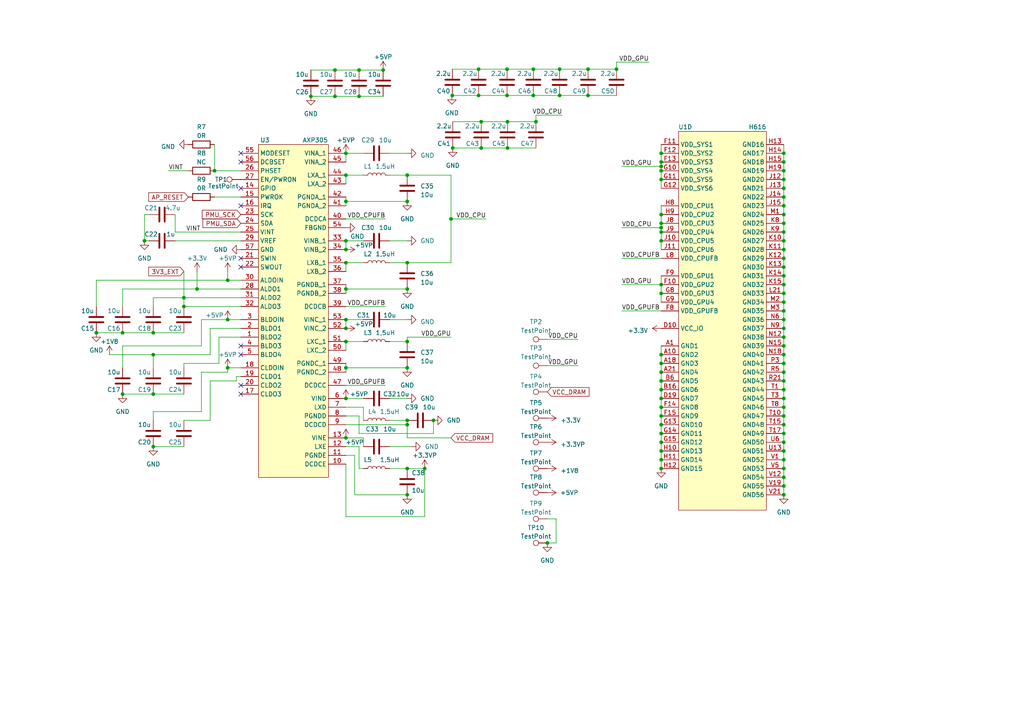
<source format=kicad_sch>
(kicad_sch (version 20230121) (generator eeschema)
  (paper "A4")
  (junction (at 53.34 88.9))
  (junction (at 191.77 82.55))
  (junction (at 191.77 123.19))
  (junction (at 123.19 135.89))
  (junction (at 227.33 69.85))
  (junction (at 62.23 49.53))
  (junction (at 191.77 120.65))
  (junction (at 227.33 85.09))
  (junction (at 227.33 115.57))
  (junction (at 227.33 57.15))
  (junction (at 41.91 69.85))
  (junction (at 191.77 49.53))
  (junction (at 35.56 114.3))
  (junction (at 118.11 123.19))
  (junction (at 139.573 42.926))
  (junction (at 227.33 92.71))
  (junction (at 191.77 125.73))
  (junction (at 191.77 102.87))
  (junction (at 191.77 107.95))
  (junction (at 147.066 20.066))
  (junction (at 100.33 76.2))
  (junction (at 227.33 62.23))
  (junction (at 191.77 67.31))
  (junction (at 227.33 97.79))
  (junction (at 104.14 27.94))
  (junction (at 100.33 127))
  (junction (at 227.33 82.55))
  (junction (at 118.11 143.51))
  (junction (at 100.33 72.39))
  (junction (at 170.561 20.066))
  (junction (at 53.34 86.36))
  (junction (at 191.77 69.85))
  (junction (at 100.33 99.06))
  (junction (at 111.125 20.32))
  (junction (at 118.11 135.89))
  (junction (at 227.33 52.07))
  (junction (at 191.77 46.99))
  (junction (at 118.11 83.82))
  (junction (at 191.77 48.26))
  (junction (at 131.191 27.686))
  (junction (at 104.14 20.32))
  (junction (at 44.45 114.3))
  (junction (at 118.11 50.8))
  (junction (at 100.33 95.25))
  (junction (at 100.33 50.8))
  (junction (at 227.33 77.47))
  (junction (at 227.33 90.17))
  (junction (at 57.15 83.82))
  (junction (at 27.94 96.52))
  (junction (at 100.33 92.71))
  (junction (at 227.33 143.51))
  (junction (at 118.11 121.92))
  (junction (at 227.33 80.01))
  (junction (at 147.193 35.306))
  (junction (at 227.33 120.65))
  (junction (at 227.33 54.61))
  (junction (at 66.04 106.68))
  (junction (at 227.33 74.93))
  (junction (at 90.17 27.94))
  (junction (at 125.73 121.92))
  (junction (at 227.33 100.33))
  (junction (at 191.77 110.49))
  (junction (at 66.04 81.28))
  (junction (at 227.33 72.39))
  (junction (at 191.77 130.81))
  (junction (at 178.816 20.066))
  (junction (at 191.77 64.77))
  (junction (at 227.33 113.03))
  (junction (at 35.56 96.52))
  (junction (at 100.33 106.68))
  (junction (at 191.77 44.45))
  (junction (at 227.33 135.89))
  (junction (at 139.573 35.306))
  (junction (at 227.33 49.53))
  (junction (at 162.306 20.066))
  (junction (at 100.33 69.85))
  (junction (at 227.33 64.77))
  (junction (at 227.33 87.63))
  (junction (at 227.33 125.73))
  (junction (at 100.33 115.57))
  (junction (at 191.77 105.41))
  (junction (at 100.33 83.82))
  (junction (at 44.45 96.52))
  (junction (at 191.77 85.09))
  (junction (at 44.45 102.87))
  (junction (at 154.686 20.066))
  (junction (at 227.33 110.49))
  (junction (at 118.11 58.42))
  (junction (at 44.45 129.54))
  (junction (at 158.75 157.48))
  (junction (at 118.11 76.2))
  (junction (at 227.33 107.95))
  (junction (at 191.77 113.03))
  (junction (at 227.33 102.87))
  (junction (at 147.066 27.686))
  (junction (at 227.33 105.41))
  (junction (at 227.33 133.35))
  (junction (at 131.318 42.926))
  (junction (at 227.33 123.19))
  (junction (at 97.155 27.94))
  (junction (at 118.11 106.68))
  (junction (at 147.193 42.926))
  (junction (at 191.77 135.89))
  (junction (at 227.33 138.43))
  (junction (at 138.811 27.686))
  (junction (at 66.04 92.71))
  (junction (at 227.33 67.31))
  (junction (at 191.77 115.57))
  (junction (at 191.77 62.23))
  (junction (at 100.33 58.42))
  (junction (at 154.686 27.686))
  (junction (at 162.306 27.686))
  (junction (at 227.33 46.99))
  (junction (at 191.77 118.11))
  (junction (at 227.33 128.27))
  (junction (at 227.33 140.97))
  (junction (at 191.77 133.35))
  (junction (at 227.33 118.11))
  (junction (at 191.77 66.04))
  (junction (at 191.77 52.07))
  (junction (at 227.33 44.45))
  (junction (at 138.811 20.066))
  (junction (at 227.33 95.25))
  (junction (at 191.77 128.27))
  (junction (at 118.11 99.06))
  (junction (at 227.33 130.81))
  (junction (at 130.81 63.5))
  (junction (at 227.33 59.69))
  (junction (at 155.448 35.306))
  (junction (at 170.561 27.686))
  (junction (at 100.33 44.45))
  (junction (at 97.155 20.32))
  (no_connect (at 69.85 111.76))
  (no_connect (at 69.85 74.93))
  (no_connect (at 69.85 100.33))
  (no_connect (at 69.85 114.3))
  (no_connect (at 69.85 102.87))
  (no_connect (at 69.85 59.69))
  (no_connect (at 69.85 46.99))
  (no_connect (at 69.85 44.45))
  (no_connect (at 69.85 54.61))
  (no_connect (at 69.85 77.47))
  (wire (pts (xy 191.77 110.49) (xy 191.77 113.03)))
  (wire (pts (xy 191.77 133.35) (xy 191.77 135.89)))
  (wire (pts (xy 130.81 76.2) (xy 118.11 76.2)))
  (wire (pts (xy 41.91 62.23) (xy 43.18 62.23)))
  (wire (pts (xy 139.573 42.926) (xy 147.193 42.926)))
  (wire (pts (xy 69.85 83.82) (xy 57.15 83.82)))
  (wire (pts (xy 191.77 80.01) (xy 191.77 82.55)))
  (wire (pts (xy 97.155 27.94) (xy 104.14 27.94)))
  (wire (pts (xy 100.33 115.57) (xy 105.41 115.57)))
  (wire (pts (xy 100.33 106.68) (xy 100.33 107.95)))
  (wire (pts (xy 100.33 123.19) (xy 118.11 123.19)))
  (wire (pts (xy 227.33 115.57) (xy 227.33 118.11)))
  (wire (pts (xy 227.33 105.41) (xy 227.33 107.95)))
  (wire (pts (xy 227.33 87.63) (xy 227.33 90.17)))
  (wire (pts (xy 191.77 59.69) (xy 191.77 62.23)))
  (wire (pts (xy 100.33 106.68) (xy 118.11 106.68)))
  (wire (pts (xy 63.5 105.41) (xy 53.34 105.41)))
  (wire (pts (xy 102.87 143.51) (xy 102.87 132.08)))
  (wire (pts (xy 102.87 132.08) (xy 100.33 132.08)))
  (wire (pts (xy 41.91 62.23) (xy 41.91 69.85)))
  (wire (pts (xy 104.14 129.54) (xy 104.14 135.89)))
  (wire (pts (xy 100.33 53.34) (xy 100.33 50.8)))
  (wire (pts (xy 50.8 67.31) (xy 69.85 67.31)))
  (wire (pts (xy 227.33 41.91) (xy 227.33 44.45)))
  (wire (pts (xy 227.33 77.47) (xy 227.33 80.01)))
  (wire (pts (xy 130.81 127) (xy 118.11 127)))
  (wire (pts (xy 66.04 78.74) (xy 66.04 81.28)))
  (wire (pts (xy 118.11 50.8) (xy 130.81 50.8)))
  (wire (pts (xy 62.23 57.15) (xy 69.85 57.15)))
  (wire (pts (xy 227.33 54.61) (xy 227.33 57.15)))
  (wire (pts (xy 191.77 130.81) (xy 191.77 133.35)))
  (wire (pts (xy 66.04 92.71) (xy 58.42 92.71)))
  (wire (pts (xy 191.77 105.41) (xy 191.77 107.95)))
  (wire (pts (xy 227.33 80.01) (xy 227.33 82.55)))
  (wire (pts (xy 57.15 83.82) (xy 35.56 83.82)))
  (wire (pts (xy 155.448 33.401) (xy 155.448 35.306)))
  (wire (pts (xy 191.77 120.65) (xy 191.77 123.19)))
  (wire (pts (xy 100.33 58.42) (xy 118.11 58.42)))
  (wire (pts (xy 147.066 27.686) (xy 154.686 27.686)))
  (wire (pts (xy 69.85 92.71) (xy 66.04 92.71)))
  (wire (pts (xy 90.17 27.94) (xy 97.155 27.94)))
  (wire (pts (xy 227.33 123.19) (xy 227.33 125.73)))
  (wire (pts (xy 105.41 69.85) (xy 100.33 69.85)))
  (wire (pts (xy 227.33 97.79) (xy 227.33 100.33)))
  (wire (pts (xy 125.73 125.73) (xy 104.14 125.73)))
  (wire (pts (xy 161.29 150.495) (xy 158.75 150.495)))
  (wire (pts (xy 35.56 114.3) (xy 44.45 114.3)))
  (wire (pts (xy 100.33 105.41) (xy 100.33 106.68)))
  (wire (pts (xy 227.33 133.35) (xy 227.33 135.89)))
  (wire (pts (xy 100.33 58.42) (xy 100.33 59.69)))
  (wire (pts (xy 227.33 90.17) (xy 227.33 92.71)))
  (wire (pts (xy 53.34 86.36) (xy 44.45 86.36)))
  (wire (pts (xy 138.811 20.066) (xy 147.066 20.066)))
  (wire (pts (xy 69.85 49.53) (xy 62.23 49.53)))
  (wire (pts (xy 154.686 27.686) (xy 162.306 27.686)))
  (wire (pts (xy 125.73 121.92) (xy 125.73 125.73)))
  (wire (pts (xy 100.33 44.45) (xy 100.33 46.99)))
  (wire (pts (xy 44.45 96.52) (xy 53.34 96.52)))
  (wire (pts (xy 100.33 69.85) (xy 100.33 72.39)))
  (wire (pts (xy 62.23 49.53) (xy 62.23 41.91)))
  (wire (pts (xy 105.41 118.11) (xy 105.41 121.92)))
  (wire (pts (xy 123.19 149.86) (xy 123.19 135.89)))
  (wire (pts (xy 191.77 46.99) (xy 191.77 48.26)))
  (wire (pts (xy 60.96 102.87) (xy 60.96 95.25)))
  (wire (pts (xy 53.34 78.74) (xy 53.34 86.36)))
  (wire (pts (xy 100.33 82.55) (xy 100.33 83.82)))
  (wire (pts (xy 227.33 82.55) (xy 227.33 85.09)))
  (wire (pts (xy 60.96 121.92) (xy 60.96 110.49)))
  (wire (pts (xy 100.33 99.06) (xy 100.33 101.6)))
  (wire (pts (xy 191.77 52.07) (xy 191.77 54.61)))
  (wire (pts (xy 227.33 102.87) (xy 227.33 105.41)))
  (wire (pts (xy 118.11 127) (xy 118.11 123.19)))
  (wire (pts (xy 158.75 98.425) (xy 167.64 98.425)))
  (wire (pts (xy 100.33 57.15) (xy 100.33 58.42)))
  (wire (pts (xy 60.96 110.49) (xy 68.58 110.49)))
  (wire (pts (xy 147.193 42.926) (xy 155.448 42.926)))
  (wire (pts (xy 227.33 113.03) (xy 227.33 115.57)))
  (wire (pts (xy 68.58 109.22) (xy 69.85 109.22)))
  (wire (pts (xy 31.75 102.87) (xy 44.45 102.87)))
  (wire (pts (xy 191.77 44.45) (xy 191.77 46.99)))
  (wire (pts (xy 130.81 97.79) (xy 118.11 97.79)))
  (wire (pts (xy 104.14 135.89) (xy 105.41 135.89)))
  (wire (pts (xy 69.85 86.36) (xy 53.34 86.36)))
  (wire (pts (xy 191.77 123.19) (xy 191.77 125.73)))
  (wire (pts (xy 191.77 41.91) (xy 191.77 44.45)))
  (wire (pts (xy 48.895 49.53) (xy 54.61 49.53)))
  (wire (pts (xy 180.34 74.93) (xy 191.77 74.93)))
  (wire (pts (xy 44.45 102.87) (xy 60.96 102.87)))
  (wire (pts (xy 104.14 120.65) (xy 100.33 120.65)))
  (wire (pts (xy 180.34 66.04) (xy 191.77 66.04)))
  (wire (pts (xy 27.94 81.28) (xy 27.94 88.9)))
  (wire (pts (xy 180.34 48.26) (xy 191.77 48.26)))
  (wire (pts (xy 44.45 129.54) (xy 53.34 129.54)))
  (wire (pts (xy 35.56 83.82) (xy 35.56 88.9)))
  (wire (pts (xy 227.33 49.53) (xy 227.33 52.07)))
  (wire (pts (xy 113.03 135.89) (xy 118.11 135.89)))
  (wire (pts (xy 227.33 64.77) (xy 227.33 67.31)))
  (wire (pts (xy 105.41 99.06) (xy 100.33 99.06)))
  (wire (pts (xy 191.77 125.73) (xy 191.77 128.27)))
  (wire (pts (xy 60.96 95.25) (xy 69.85 95.25)))
  (wire (pts (xy 58.42 119.38) (xy 44.45 119.38)))
  (wire (pts (xy 63.5 97.79) (xy 63.5 105.41)))
  (wire (pts (xy 58.42 100.33) (xy 35.56 100.33)))
  (wire (pts (xy 162.306 27.686) (xy 170.561 27.686)))
  (wire (pts (xy 97.155 20.32) (xy 104.14 20.32)))
  (wire (pts (xy 53.34 121.92) (xy 60.96 121.92)))
  (wire (pts (xy 104.14 27.94) (xy 111.125 27.94)))
  (wire (pts (xy 227.33 92.71) (xy 227.33 95.25)))
  (wire (pts (xy 178.816 18.034) (xy 188.214 18.034)))
  (wire (pts (xy 227.33 107.95) (xy 227.33 110.49)))
  (wire (pts (xy 113.03 115.57) (xy 118.11 115.57)))
  (wire (pts (xy 131.191 27.686) (xy 138.811 27.686)))
  (wire (pts (xy 138.811 27.686) (xy 147.066 27.686)))
  (wire (pts (xy 227.33 118.11) (xy 227.33 120.65)))
  (wire (pts (xy 170.561 20.066) (xy 178.816 20.066)))
  (wire (pts (xy 227.33 72.39) (xy 227.33 74.93)))
  (wire (pts (xy 69.85 97.79) (xy 63.5 97.79)))
  (wire (pts (xy 191.77 107.95) (xy 191.77 110.49)))
  (wire (pts (xy 227.33 100.33) (xy 227.33 102.87)))
  (wire (pts (xy 130.81 63.5) (xy 130.81 76.2)))
  (wire (pts (xy 113.03 69.85) (xy 118.11 69.85)))
  (wire (pts (xy 227.33 57.15) (xy 227.33 59.69)))
  (wire (pts (xy 41.91 69.85) (xy 43.18 69.85)))
  (wire (pts (xy 105.41 76.2) (xy 100.33 76.2)))
  (wire (pts (xy 104.14 20.32) (xy 111.125 20.32)))
  (wire (pts (xy 113.03 44.45) (xy 118.11 44.45)))
  (wire (pts (xy 162.306 20.066) (xy 170.561 20.066)))
  (wire (pts (xy 69.85 81.28) (xy 66.04 81.28)))
  (wire (pts (xy 118.11 97.79) (xy 118.11 99.06)))
  (wire (pts (xy 118.11 143.51) (xy 102.87 143.51)))
  (wire (pts (xy 191.77 66.04) (xy 191.77 67.31)))
  (wire (pts (xy 227.33 46.99) (xy 227.33 49.53)))
  (wire (pts (xy 66.04 107.95) (xy 58.42 107.95)))
  (wire (pts (xy 191.77 118.11) (xy 191.77 120.65)))
  (wire (pts (xy 131.191 20.066) (xy 138.811 20.066)))
  (wire (pts (xy 131.064 27.686) (xy 131.191 27.686)))
  (wire (pts (xy 227.33 135.89) (xy 227.33 138.43)))
  (wire (pts (xy 100.33 118.11) (xy 105.41 118.11)))
  (wire (pts (xy 100.33 149.86) (xy 123.19 149.86)))
  (wire (pts (xy 35.56 96.52) (xy 44.45 96.52)))
  (wire (pts (xy 227.33 138.43) (xy 227.33 140.97)))
  (wire (pts (xy 227.33 128.27) (xy 227.33 130.81)))
  (wire (pts (xy 227.33 74.93) (xy 227.33 77.47)))
  (wire (pts (xy 100.33 127) (xy 105.41 127)))
  (wire (pts (xy 58.42 92.71) (xy 58.42 100.33)))
  (wire (pts (xy 180.34 90.17) (xy 191.77 90.17)))
  (wire (pts (xy 227.33 95.25) (xy 227.33 97.79)))
  (wire (pts (xy 130.81 50.8) (xy 130.81 63.5)))
  (wire (pts (xy 130.81 63.5) (xy 140.97 63.5)))
  (wire (pts (xy 100.33 50.8) (xy 105.41 50.8)))
  (wire (pts (xy 100.33 88.9) (xy 111.76 88.9)))
  (wire (pts (xy 227.33 52.07) (xy 227.33 54.61)))
  (wire (pts (xy 53.34 105.41) (xy 53.34 106.68)))
  (wire (pts (xy 191.77 115.57) (xy 191.77 118.11)))
  (wire (pts (xy 100.33 111.76) (xy 111.76 111.76)))
  (wire (pts (xy 191.77 49.53) (xy 191.77 52.07)))
  (wire (pts (xy 66.04 81.28) (xy 27.94 81.28)))
  (wire (pts (xy 53.34 88.9) (xy 69.85 88.9)))
  (wire (pts (xy 147.066 20.066) (xy 154.686 20.066)))
  (wire (pts (xy 105.41 92.71) (xy 100.33 92.71)))
  (wire (pts (xy 158.75 106.045) (xy 167.64 106.045)))
  (wire (pts (xy 27.94 96.52) (xy 35.56 96.52)))
  (wire (pts (xy 227.33 44.45) (xy 227.33 46.99)))
  (wire (pts (xy 100.33 92.71) (xy 100.33 95.25)))
  (wire (pts (xy 113.03 92.71) (xy 118.11 92.71)))
  (wire (pts (xy 191.77 62.23) (xy 191.77 64.77)))
  (wire (pts (xy 227.33 62.23) (xy 227.33 64.77)))
  (wire (pts (xy 50.8 69.85) (xy 69.85 69.85)))
  (wire (pts (xy 161.29 157.48) (xy 158.75 157.48)))
  (wire (pts (xy 191.77 67.31) (xy 191.77 69.85)))
  (wire (pts (xy 58.42 107.95) (xy 58.42 119.38)))
  (wire (pts (xy 57.15 78.74) (xy 57.15 83.82)))
  (wire (pts (xy 100.33 44.45) (xy 105.41 44.45)))
  (wire (pts (xy 227.33 125.73) (xy 227.33 128.27)))
  (wire (pts (xy 131.318 42.926) (xy 139.573 42.926)))
  (wire (pts (xy 227.33 130.81) (xy 227.33 133.35)))
  (wire (pts (xy 139.573 35.306) (xy 147.193 35.306)))
  (wire (pts (xy 44.45 86.36) (xy 44.45 88.9)))
  (wire (pts (xy 227.33 69.85) (xy 227.33 72.39)))
  (wire (pts (xy 113.03 129.54) (xy 119.38 129.54)))
  (wire (pts (xy 227.33 120.65) (xy 227.33 123.19)))
  (wire (pts (xy 35.56 100.33) (xy 35.56 106.68)))
  (wire (pts (xy 113.03 76.2) (xy 118.11 76.2)))
  (wire (pts (xy 66.04 106.68) (xy 66.04 107.95)))
  (wire (pts (xy 191.77 69.85) (xy 191.77 72.39)))
  (wire (pts (xy 227.33 67.31) (xy 227.33 69.85)))
  (wire (pts (xy 100.33 129.54) (xy 104.14 129.54)))
  (wire (pts (xy 100.33 83.82) (xy 100.33 85.09)))
  (wire (pts (xy 104.14 125.73) (xy 104.14 120.65)))
  (wire (pts (xy 44.45 106.68) (xy 44.45 102.87)))
  (wire (pts (xy 68.58 110.49) (xy 68.58 109.22)))
  (wire (pts (xy 227.33 140.97) (xy 227.33 143.51)))
  (wire (pts (xy 191.77 102.87) (xy 191.77 105.41)))
  (wire (pts (xy 113.03 121.92) (xy 118.11 121.92)))
  (wire (pts (xy 100.33 83.82) (xy 118.11 83.82)))
  (wire (pts (xy 191.77 128.27) (xy 191.77 130.81)))
  (wire (pts (xy 170.561 27.686) (xy 178.816 27.686)))
  (wire (pts (xy 163.068 33.401) (xy 155.448 33.401)))
  (wire (pts (xy 123.19 135.89) (xy 118.11 135.89)))
  (wire (pts (xy 191.77 82.55) (xy 191.77 85.09)))
  (wire (pts (xy 90.17 20.32) (xy 97.155 20.32)))
  (wire (pts (xy 178.816 20.066) (xy 178.816 18.034)))
  (wire (pts (xy 100.33 76.2) (xy 100.33 78.74)))
  (wire (pts (xy 69.85 106.68) (xy 66.04 106.68)))
  (wire (pts (xy 113.03 99.06) (xy 118.11 99.06)))
  (wire (pts (xy 191.77 113.03) (xy 191.77 115.57)))
  (wire (pts (xy 131.318 35.306) (xy 139.573 35.306)))
  (wire (pts (xy 50.8 67.31) (xy 50.8 62.23)))
  (wire (pts (xy 118.11 123.19) (xy 118.11 121.92)))
  (wire (pts (xy 191.77 85.09) (xy 191.77 87.63)))
  (wire (pts (xy 161.29 150.495) (xy 161.29 157.48)))
  (wire (pts (xy 191.77 100.33) (xy 191.77 102.87)))
  (wire (pts (xy 105.41 127) (xy 105.41 129.54)))
  (wire (pts (xy 113.03 50.8) (xy 118.11 50.8)))
  (wire (pts (xy 227.33 110.49) (xy 227.33 113.03)))
  (wire (pts (xy 227.33 85.09) (xy 227.33 87.63)))
  (wire (pts (xy 44.45 114.3) (xy 53.34 114.3)))
  (wire (pts (xy 53.34 86.36) (xy 53.34 88.9)))
  (wire (pts (xy 154.686 20.066) (xy 162.306 20.066)))
  (wire (pts (xy 100.33 134.62) (xy 100.33 149.86)))
  (wire (pts (xy 227.33 59.69) (xy 227.33 62.23)))
  (wire (pts (xy 191.77 48.26) (xy 191.77 49.53)))
  (wire (pts (xy 147.193 35.306) (xy 155.448 35.306)))
  (wire (pts (xy 191.77 64.77) (xy 191.77 66.04)))
  (wire (pts (xy 100.33 63.5) (xy 111.76 63.5)))
  (wire (pts (xy 180.34 82.55) (xy 191.77 82.55)))
  (wire (pts (xy 44.45 119.38) (xy 44.45 121.92)))
  (label "VDD_CPU" (at 163.068 33.401 180))
  (label "VDD_GPU" (at 167.64 106.045 180))
  (label "VDD_GPUFB" (at 180.34 90.17 0))
  (label "VINT" (at 53.975 67.31 0))
  (label "VDD_CPUFB" (at 111.76 63.5 180))
  (label "VDD_GPU" (at 130.81 97.79 180))
  (label "VDD_GPU" (at 180.34 48.26 0))
  (label "VDD_CPU" (at 167.64 98.425 180))
  (label "VDD_CPU" (at 140.97 63.5 180))
  (label "VDD_GPUFB" (at 111.76 111.76 180))
  (label "VDD_CPU" (at 180.34 66.04 0))
  (label "VDD_CPUFB" (at 111.76 88.9 180))
  (label "VDD_CPUFB" (at 180.34 74.93 0))
  (label "VINT" (at 48.895 49.53 0))
  (label "VDD_GPU" (at 188.214 18.034 180))
  (label "VDD_GPU" (at 180.34 82.55 0))
  (global_label "VCC_DRAM" (shape input) (at 130.81 127 0) (property "Intersheetrefs" "${INTERSHEET_REFS}" (effects hide)))
  (global_label "3V3_EXT" (shape input) (at 53.34 78.74 180) (property "Intersheetrefs" "${INTERSHEET_REFS}" (effects hide)))
  (global_label "PMU_SCK" (shape input) (at 69.85 62.23 180) (property "Intersheetrefs" "${INTERSHEET_REFS}" (effects hide)))
  (global_label "AP_RESET" (shape input) (at 54.61 57.15 180) (property "Intersheetrefs" "${INTERSHEET_REFS}" (effects hide)))
  (global_label "VCC_DRAM" (shape input) (at 158.75 113.665 0) (property "Intersheetrefs" "${INTERSHEET_REFS}" (effects hide)))
  (global_label "PMU_SDA" (shape input) (at 69.85 64.77 180) (property "Intersheetrefs" "${INTERSHEET_REFS}" (effects hide)))
  (symbol (lib_id "power:GND") (at 118.11 92.71 90) (unit 1)
    (property "Reference" "#PWR033" (effects hide))
    (property "Value" "GND" (at 121.92 93.345 90) (effects (justify right)))
  )
  (symbol (lib_id "Connector:TestPoint") (at 158.75 98.425 90) (unit 1)
    (property "Reference" "TP2" (at 155.448 93.345 90))
    (property "Value" "TestPoint" (at 155.448 95.885 90))
    (property "Footprint" "TestPoint:TestPoint_THTPad_D1.0mm_Drill0.5mm" (effects hide))
  )
  (symbol (lib_id "Device:C") (at 109.22 44.45 90) (unit 1)
    (property "Reference" "C29" (at 106.68 40.64 90))
    (property "Value" "10u" (at 111.76 40.64 90))
    (property "Footprint" "Capacitor_SMD:C_0402_1005Metric_Pad0.74x0.62mm_HandSolder" (effects hide))
  )
  (symbol (lib_id "power:+5VP") (at 100.33 115.57 0) (unit 1)
    (property "Reference" "#PWR026" (effects hide))
    (property "Value" "+5VP" (at 104.14 114.3 0))
  )
  (symbol (lib_id "Device:C") (at 53.34 92.71 180) (unit 1)
    (property "Reference" "C23" (at 50.8 95.25 0))
    (property "Value" "10u" (at 50.8 90.17 0))
    (property "Footprint" "Capacitor_SMD:C_0402_1005Metric_Pad0.74x0.62mm_HandSolder" (effects hide))
  )
  (symbol (lib_id "Connector:TestPoint") (at 158.75 106.045 90) (unit 1)
    (property "Reference" "TP3" (at 155.448 100.965 90))
    (property "Value" "TestPoint" (at 155.448 103.505 90))
    (property "Footprint" "TestPoint:TestPoint_THTPad_D1.0mm_Drill0.5mm" (effects hide))
  )
  (symbol (lib_id "Device:C") (at 97.155 24.13 180) (unit 1)
    (property "Reference" "C27" (at 94.615 26.67 0))
    (property "Value" "10u" (at 94.615 21.59 0))
    (property "Footprint" "Capacitor_SMD:C_0402_1005Metric_Pad0.74x0.62mm_HandSolder" (effects hide))
  )
  (symbol (lib_id "Device:C") (at 109.22 115.57 90) (unit 1)
    (property "Reference" "C32" (at 113.03 114.3 90))
    (property "Value" "10u" (at 116.84 114.3 90))
    (property "Footprint" "Capacitor_SMD:C_0402_1005Metric_Pad0.74x0.62mm_HandSolder" (effects hide))
  )
  (symbol (lib_id "H616_lib:H616") (at 203.2 35.56 0) (unit 4)
    (property "Reference" "U1" (at 198.755 36.83 0))
    (property "Value" "H616" (at 219.71 36.83 0))
    (property "Footprint" "projectlib:H616_TFBGA284" (effects hide))
  )
  (symbol (lib_id "power:GND") (at 44.45 129.54 0) (unit 1)
    (property "Reference" "#PWR014" (effects hide))
    (property "Value" "GND" (at 44.45 134.62 0))
  )
  (symbol (lib_id "Device:C") (at 139.573 39.116 180) (unit 1)
    (property "Reference" "C43" (at 137.033 41.656 0))
    (property "Value" "2.2u" (at 137.033 36.576 0))
    (property "Footprint" "Capacitor_SMD:C_0402_1005Metric_Pad0.74x0.62mm_HandSolder" (effects hide))
  )
  (symbol (lib_id "power:+5VP") (at 100.33 72.39 270) (unit 1)
    (property "Reference" "#PWR024" (effects hide))
    (property "Value" "+5VP" (at 102.87 71.12 90) (effects (justify left)))
  )
  (symbol (lib_id "Device:C") (at 138.811 23.876 180) (unit 1)
    (property "Reference" "C42" (at 136.271 26.416 0))
    (property "Value" "2.2u" (at 136.271 21.336 0))
    (property "Footprint" "Capacitor_SMD:C_0402_1005Metric_Pad0.74x0.62mm_HandSolder" (effects hide))
  )
  (symbol (lib_id "power:+5VP") (at 158.75 142.875 270) (unit 1)
    (property "Reference" "#PWR045" (effects hide))
    (property "Value" "+5VP" (at 165.1 142.875 90))
  )
  (symbol (lib_id "power:GND") (at 158.75 157.48 0) (unit 1)
    (property "Reference" "#PWR046" (effects hide))
    (property "Value" "GND" (at 158.75 162.56 0))
  )
  (symbol (lib_id "Connector:TestPoint") (at 158.75 157.48 90) (unit 1)
    (property "Reference" "TP10" (at 155.448 153.035 90))
    (property "Value" "TestPoint" (at 155.448 155.575 90))
    (property "Footprint" "TestPoint:TestPoint_THTPad_D1.0mm_Drill0.5mm" (effects hide))
  )
  (symbol (lib_id "Device:R") (at 58.42 57.15 90) (unit 1)
    (property "Reference" "R9" (at 58.42 52.07 90))
    (property "Value" "0R" (at 58.42 54.61 90))
    (property "Footprint" "Resistor_SMD:R_0402_1005Metric_Pad0.72x0.64mm_HandSolder" (effects hide))
  )
  (symbol (lib_id "power:GND") (at 118.11 115.57 90) (unit 1)
    (property "Reference" "#PWR035" (effects hide))
    (property "Value" "GND" (at 121.92 115.57 90) (effects (justify right)))
  )
  (symbol (lib_id "Device:C") (at 118.11 139.7 180) (unit 1)
    (property "Reference" "C38" (at 119.38 137.16 0) (effects (justify right)))
    (property "Value" "10u" (at 119.38 142.24 0) (effects (justify right)))
    (property "Footprint" "Capacitor_SMD:C_0402_1005Metric_Pad0.74x0.62mm_HandSolder" (effects hide))
  )
  (symbol (lib_id "power:GND") (at 90.17 27.94 0) (unit 1)
    (property "Reference" "#PWR021" (effects hide))
    (property "Value" "GND" (at 90.17 33.02 0))
  )
  (symbol (lib_id "Device:C") (at 170.561 23.876 180) (unit 1)
    (property "Reference" "C49" (at 168.021 26.416 0))
    (property "Value" "2.2u" (at 168.021 21.336 0))
    (property "Footprint" "Capacitor_SMD:C_0402_1005Metric_Pad0.74x0.62mm_HandSolder" (effects hide))
  )
  (symbol (lib_id "power:GND") (at 41.91 69.85 0) (unit 1)
    (property "Reference" "#PWR013" (effects hide))
    (property "Value" "GND" (at 41.91 74.93 0))
  )
  (symbol (lib_id "Device:C") (at 155.448 39.116 180) (unit 1)
    (property "Reference" "C47" (at 152.908 41.656 0))
    (property "Value" "2.2u" (at 152.908 36.576 0))
    (property "Footprint" "Capacitor_SMD:C_0402_1005Metric_Pad0.74x0.62mm_HandSolder" (effects hide))
  )
  (symbol (lib_id "Device:C") (at 121.92 121.92 90) (unit 1)
    (property "Reference" "C39" (at 119.38 118.11 90))
    (property "Value" "10u" (at 124.46 118.11 90))
    (property "Footprint" "Capacitor_SMD:C_0402_1005Metric_Pad0.74x0.62mm_HandSolder" (effects hide))
  )
  (symbol (lib_id "Device:C") (at 46.99 62.23 90) (unit 1)
    (property "Reference" "C21" (at 43.815 60.325 90))
    (property "Value" "4.7u" (at 50.165 60.325 90))
    (property "Footprint" "Capacitor_SMD:C_0402_1005Metric_Pad0.74x0.62mm_HandSolder" (effects hide))
  )
  (symbol (lib_id "Device:C") (at 109.22 129.54 90) (unit 1)
    (property "Reference" "C33" (at 107.95 124.46 90))
    (property "Value" "10u" (at 113.03 124.46 90))
    (property "Footprint" "Capacitor_SMD:C_0402_1005Metric_Pad0.74x0.62mm_HandSolder" (effects hide))
  )
  (symbol (lib_id "Device:C") (at 44.45 110.49 180) (unit 1)
    (property "Reference" "C19" (at 41.91 113.03 0))
    (property "Value" "10u" (at 41.91 107.95 0))
    (property "Footprint" "Capacitor_SMD:C_0402_1005Metric_Pad0.74x0.62mm_HandSolder" (effects hide))
  )
  (symbol (lib_id "Device:L") (at 109.22 76.2 90) (unit 1)
    (property "Reference" "L2" (at 106.68 73.66 90))
    (property "Value" "1,5uH" (at 111.76 73.66 90))
    (property "Footprint" "Inductor_SMD:L_Changjiang_FNR252010S" (effects hide))
  )
  (symbol (lib_id "power:GND") (at 118.11 69.85 90) (unit 1)
    (property "Reference" "#PWR031" (effects hide))
    (property "Value" "GND" (at 121.92 69.85 90) (effects (justify right)))
  )
  (symbol (lib_id "power:GND") (at 118.11 58.42 0) (unit 1)
    (property "Reference" "#PWR030" (effects hide))
    (property "Value" "GND" (at 118.11 63.5 0))
  )
  (symbol (lib_id "Device:C") (at 162.306 23.876 180) (unit 1)
    (property "Reference" "C48" (at 159.766 26.416 0))
    (property "Value" "2.2u" (at 159.766 21.336 0))
    (property "Footprint" "Capacitor_SMD:C_0402_1005Metric_Pad0.74x0.62mm_HandSolder" (effects hide))
  )
  (symbol (lib_id "power:GND") (at 118.11 143.51 0) (unit 1)
    (property "Reference" "#PWR036" (effects hide))
    (property "Value" "GND" (at 118.11 148.59 0))
  )
  (symbol (lib_id "Device:C") (at 53.34 110.49 180) (unit 1)
    (property "Reference" "C24" (at 50.8 113.03 0))
    (property "Value" "10u" (at 50.8 107.95 0))
    (property "Footprint" "Capacitor_SMD:C_0402_1005Metric_Pad0.74x0.62mm_HandSolder" (effects hide))
  )
  (symbol (lib_id "Device:L") (at 109.22 99.06 90) (unit 1)
    (property "Reference" "L3" (at 106.68 96.52 90))
    (property "Value" "1,5uH" (at 111.76 96.52 90))
    (property "Footprint" "Inductor_SMD:L_Changjiang_FNR252010S" (effects hide))
  )
  (symbol (lib_id "Device:C") (at 109.22 92.71 90) (unit 1)
    (property "Reference" "C31" (at 105.41 91.44 90))
    (property "Value" "10u" (at 113.03 91.44 90))
    (property "Footprint" "Capacitor_SMD:C_0402_1005Metric_Pad0.74x0.62mm_HandSolder" (effects hide))
  )
  (symbol (lib_id "Device:C") (at 109.22 69.85 90) (unit 1)
    (property "Reference" "C30" (at 106.68 66.04 90))
    (property "Value" "10u" (at 111.76 66.04 90))
    (property "Footprint" "Capacitor_SMD:C_0402_1005Metric_Pad0.74x0.62mm_HandSolder" (effects hide))
  )
  (symbol (lib_id "Device:C") (at 90.17 24.13 180) (unit 1)
    (property "Reference" "C26" (at 87.63 26.67 0))
    (property "Value" "10u" (at 87.63 21.59 0))
    (property "Footprint" "Capacitor_SMD:C_0402_1005Metric_Pad0.74x0.62mm_HandSolder" (effects hide))
  )
  (symbol (lib_id "power:GND") (at 191.77 135.89 0) (unit 1)
    (property "Reference" "#PWR048" (effects hide))
    (property "Value" "GND" (at 191.77 140.97 0))
  )
  (symbol (lib_id "power:GND") (at 69.85 72.39 270) (unit 1)
    (property "Reference" "#PWR020" (effects hide))
    (property "Value" "GND" (at 66.04 72.39 90) (effects (justify right)))
  )
  (symbol (lib_id "Device:C") (at 111.125 24.13 180) (unit 1)
    (property "Reference" "C34" (at 108.585 26.67 0))
    (property "Value" "10u" (at 108.585 21.59 0))
    (property "Footprint" "Capacitor_SMD:C_0402_1005Metric_Pad0.74x0.62mm_HandSolder" (effects hide))
  )
  (symbol (lib_id "power:+5VP") (at 66.04 92.71 0) (unit 1)
    (property "Reference" "#PWR018" (effects hide))
    (property "Value" "+5VP" (at 62.23 91.44 0))
  )
  (symbol (lib_id "Device:C") (at 46.99 69.85 90) (unit 1)
    (property "Reference" "C22" (at 43.815 67.945 90))
    (property "Value" "1u" (at 49.53 67.945 90))
    (property "Footprint" "Capacitor_SMD:C_0402_1005Metric_Pad0.74x0.62mm_HandSolder" (effects hide))
  )
  (symbol (lib_id "power:+1V8") (at 31.75 102.87 0) (unit 1)
    (property "Reference" "#PWR011" (effects hide))
    (property "Value" "+1V8" (at 31.75 99.06 0))
  )
  (symbol (lib_id "Device:C") (at 131.191 23.876 180) (unit 1)
    (property "Reference" "C40" (at 128.651 26.416 0))
    (property "Value" "2.2u" (at 128.651 21.336 0))
    (property "Footprint" "Capacitor_SMD:C_0402_1005Metric_Pad0.74x0.62mm_HandSolder" (effects hide))
  )
  (symbol (lib_id "Connector:TestPoint") (at 158.75 121.285 90) (unit 1)
    (property "Reference" "TP5" (at 155.448 116.84 90))
    (property "Value" "TestPoint" (at 155.448 119.38 90))
    (property "Footprint" "TestPoint:TestPoint_THTPad_D1.0mm_Drill0.5mm" (effects hide))
  )
  (symbol (lib_id "power:+3.3V") (at 57.15 78.74 0) (unit 1)
    (property "Reference" "#PWR016" (effects hide))
    (property "Value" "+3.3V" (at 57.15 74.93 0))
  )
  (symbol (lib_id "power:+1V8") (at 158.75 135.89 270) (unit 1)
    (property "Reference" "#PWR044" (effects hide))
    (property "Value" "+1V8" (at 162.56 136.525 90) (effects (justify left)))
  )
  (symbol (lib_id "Device:C") (at 53.34 125.73 180) (unit 1)
    (property "Reference" "C25" (at 50.8 128.27 0))
    (property "Value" "10u" (at 50.8 123.19 0))
    (property "Footprint" "Capacitor_SMD:C_0402_1005Metric_Pad0.74x0.62mm_HandSolder" (effects hide))
  )
  (symbol (lib_id "power:GND") (at 118.11 83.82 0) (unit 1)
    (property "Reference" "#PWR032" (effects hide))
    (property "Value" "GND" (at 118.11 88.9 0))
  )
  (symbol (lib_id "Device:C") (at 178.816 23.876 180) (unit 1)
    (property "Reference" "C50" (at 176.276 26.416 0))
    (property "Value" "2.2u" (at 176.276 21.336 0))
    (property "Footprint" "Capacitor_SMD:C_0402_1005Metric_Pad0.74x0.62mm_HandSolder" (effects hide))
  )
  (symbol (lib_id "power:GND") (at 27.94 96.52 0) (unit 1)
    (property "Reference" "#PWR010" (effects hide))
    (property "Value" "GND" (at 27.94 101.6 0))
  )
  (symbol (lib_id "Device:L") (at 109.22 121.92 90) (unit 1)
    (property "Reference" "L4" (at 107.95 119.38 90))
    (property "Value" "1,5uH" (at 113.03 119.38 90))
    (property "Footprint" "Inductor_SMD:L_Changjiang_FNR252010S" (effects hide))
  )
  (symbol (lib_id "Device:C") (at 118.11 80.01 0) (unit 1)
    (property "Reference" "C36" (at 121.92 79.375 0) (effects (justify left)))
    (property "Value" "10u" (at 121.92 81.915 0) (effects (justify left)))
    (property "Footprint" "Capacitor_SMD:C_0402_1005Metric_Pad0.74x0.62mm_HandSolder" (effects hide))
  )
  (symbol (lib_id "power:+3.3V") (at 158.75 121.285 270) (unit 1)
    (property "Reference" "#PWR042" (effects hide))
    (property "Value" "+3.3V" (at 162.56 121.92 90) (effects (justify left)))
  )
  (symbol (lib_id "Device:C") (at 118.11 102.87 0) (unit 1)
    (property "Reference" "C37" (at 121.92 102.235 0) (effects (justify left)))
    (property "Value" "10u" (at 121.92 104.775 0) (effects (justify left)))
    (property "Footprint" "Capacitor_SMD:C_0402_1005Metric_Pad0.74x0.62mm_HandSolder" (effects hide))
  )
  (symbol (lib_id "Device:C") (at 44.45 92.71 180) (unit 1)
    (property "Reference" "C18" (at 41.91 95.25 0))
    (property "Value" "10u" (at 41.91 90.17 0))
    (property "Footprint" "Capacitor_SMD:C_0402_1005Metric_Pad0.74x0.62mm_HandSolder" (effects hide))
  )
  (symbol (lib_id "power:+3.3VP") (at 123.19 135.89 0) (unit 1)
    (property "Reference" "#PWR038" (effects hide))
    (property "Value" "+3.3VP" (at 123.19 132.08 0))
  )
  (symbol (lib_id "H616_lib:AXP305") (at 80.01 40.64 0) (unit 1)
    (property "Reference" "U3" (at 76.835 40.64 0))
    (property "Value" "AXP305" (at 91.44 40.64 0))
    (property "Footprint" "Package_DFN_QFN:QFN-56-1EP_7x7mm_P0.4mm_EP4x4mm_ThermalVias" (effects hide))
  )
  (symbol (lib_id "Device:C") (at 147.193 39.116 180) (unit 1)
    (property "Reference" "C45" (at 144.653 41.656 0))
    (property "Value" "2.2u" (at 144.653 36.576 0))
    (property "Footprint" "Capacitor_SMD:C_0402_1005Metric_Pad0.74x0.62mm_HandSolder" (effects hide))
  )
  (symbol (lib_id "power:GND") (at 227.33 143.51 0) (unit 1)
    (property "Reference" "#PWR049" (effects hide))
    (property "Value" "GND" (at 227.33 148.59 0))
  )
  (symbol (lib_id "power:+5VP") (at 66.04 78.74 0) (unit 1)
    (property "Reference" "#PWR017" (effects hide))
    (property "Value" "+5VP" (at 66.04 74.93 0))
  )
  (symbol (lib_id "power:GND") (at 118.11 106.68 0) (unit 1)
    (property "Reference" "#PWR034" (effects hide))
    (property "Value" "GND" (at 118.11 111.76 0))
  )
  (symbol (lib_id "power:+5VP") (at 100.33 44.45 0) (unit 1)
    (property "Reference" "#PWR022" (effects hide))
    (property "Value" "+5VP" (at 100.33 40.64 0))
  )
  (symbol (lib_id "Connector:TestPoint") (at 158.75 128.27 90) (unit 1)
    (property "Reference" "TP6" (at 155.448 123.825 90))
    (property "Value" "TestPoint" (at 155.448 126.365 90))
    (property "Footprint" "TestPoint:TestPoint_THTPad_D1.0mm_Drill0.5mm" (effects hide))
  )
  (symbol (lib_id "Device:C") (at 44.45 125.73 180) (unit 1)
    (property "Reference" "C20" (at 41.91 128.27 0))
    (property "Value" "10u" (at 41.91 123.19 0))
    (property "Footprint" "Capacitor_SMD:C_0402_1005Metric_Pad0.74x0.62mm_HandSolder" (effects hide))
  )
  (symbol (lib_id "power:GND") (at 119.38 129.54 90) (unit 1)
    (property "Reference" "#PWR037" (effects hide))
    (property "Value" "GND" (at 123.19 129.54 90) (effects (justify right)))
  )
  (symbol (lib_id "power:+3.3VP") (at 158.75 128.27 270) (unit 1)
    (property "Reference" "#PWR043" (effects hide))
    (property "Value" "+3.3VP" (at 162.56 128.905 90) (effects (justify left)))
  )
  (symbol (lib_id "power:GND") (at 125.73 121.92 90) (unit 1)
    (property "Reference" "#PWR039" (effects hide))
    (property "Value" "GND" (at 129.54 121.92 90) (effects (justify right)))
  )
  (symbol (lib_id "Device:C") (at 35.56 92.71 180) (unit 1)
    (property "Reference" "C16" (at 33.02 95.25 0))
    (property "Value" "10u" (at 33.02 90.17 0))
    (property "Footprint" "Capacitor_SMD:C_0402_1005Metric_Pad0.74x0.62mm_HandSolder" (effects hide))
  )
  (symbol (lib_id "Device:C") (at 35.56 110.49 180) (unit 1)
    (property "Reference" "C17" (at 33.02 113.03 0))
    (property "Value" "10u" (at 33.02 107.95 0))
    (property "Footprint" "Capacitor_SMD:C_0402_1005Metric_Pad0.74x0.62mm_HandSolder" (effects hide))
  )
  (symbol (lib_id "power:GND") (at 118.11 44.45 90) (unit 1)
    (property "Reference" "#PWR029" (effects hide))
    (property "Value" "GND" (at 121.92 45.085 90) (effects (justify right)))
  )
  (symbol (lib_id "power:+5VP") (at 111.125 20.32 0) (unit 1)
    (property "Reference" "#PWR028" (effects hide))
    (property "Value" "+5VP" (at 111.125 16.51 0))
  )
  (symbol (lib_id "power:+5VP") (at 66.04 106.68 0) (unit 1)
    (property "Reference" "#PWR019" (effects hide))
    (property "Value" "+5VP" (at 66.04 102.87 0))
  )
  (symbol (lib_id "Device:L") (at 109.22 135.89 90) (unit 1)
    (property "Reference" "L5" (at 106.68 133.35 90))
    (property "Value" "1,5uH" (at 113.03 133.35 90))
    (property "Footprint" "Inductor_SMD:L_Changjiang_FNR252010S" (effects hide))
  )
  (symbol (lib_id "Connector:TestPoint") (at 158.75 142.875 90) (unit 1)
    (property "Reference" "TP8" (at 155.448 138.43 90))
    (property "Value" "TestPoint" (at 155.448 140.97 90))
    (property "Footprint" "TestPoint:TestPoint_THTPad_D1.0mm_Drill0.5mm" (effects hide))
  )
  (symbol (lib_id "Device:C") (at 154.686 23.876 180) (unit 1)
    (property "Reference" "C46" (at 152.146 26.416 0))
    (property "Value" "2.2u" (at 152.146 21.336 0))
    (property "Footprint" "Capacitor_SMD:C_0402_1005Metric_Pad0.74x0.62mm_HandSolder" (effects hide))
  )
  (symbol (lib_id "Device:C") (at 131.318 39.116 180) (unit 1)
    (property "Reference" "C41" (at 128.778 41.656 0))
    (property "Value" "2.2u" (at 128.778 36.576 0))
    (property "Footprint" "Capacitor_SMD:C_0402_1005Metric_Pad0.74x0.62mm_HandSolder" (effects hide))
  )
  (symbol (lib_id "power:GND") (at 131.064 27.686 0) (unit 1)
    (property "Reference" "#PWR040" (effects hide))
    (property "Value" "GND" (at 131.064 32.766 0))
  )
  (symbol (lib_id "power:GND") (at 54.61 41.91 270) (unit 1)
    (property "Reference" "#PWR015" (effects hide))
    (property "Value" "GND" (at 50.8 42.545 90) (effects (justify right)))
  )
  (symbol (lib_id "Connector:TestPoint") (at 69.85 52.07 90) (unit 1)
    (property "Reference" "TP1" (at 64.135 52.07 90))
    (property "Value" "TestPoint" (at 64.77 53.975 90))
    (property "Footprint" "TestPoint:TestPoint_THTPad_D1.0mm_Drill0.5mm" (effects hide))
  )
  (symbol (lib_id "power:GND") (at 35.56 114.3 0) (unit 1)
    (property "Reference" "#PWR012" (effects hide))
    (property "Value" "GND" (at 35.56 119.38 0))
  )
  (symbol (lib_id "power:+3.3V") (at 191.77 95.25 90) (unit 1)
    (property "Reference" "#PWR047" (effects hide))
    (property "Value" "+3.3V" (at 187.96 95.885 90) (effects (justify left)))
  )
  (symbol (lib_id "power:+5VP") (at 100.33 127 0) (unit 1)
    (property "Reference" "#PWR027" (effects hide))
    (property "Value" "+5VP" (at 102.87 128.27 0))
  )
  (symbol (lib_id "power:+5VP") (at 100.33 95.25 270) (unit 1)
    (property "Reference" "#PWR025" (effects hide))
    (property "Value" "+5VP" (at 102.87 93.98 90) (effects (justify left)))
  )
  (symbol (lib_id "Connector:TestPoint") (at 158.75 135.89 90) (unit 1)
    (property "Reference" "TP7" (at 155.448 131.445 90))
    (property "Value" "TestPoint" (at 155.448 133.985 90))
    (property "Footprint" "TestPoint:TestPoint_THTPad_D1.0mm_Drill0.5mm" (effects hide))
  )
  (symbol (lib_id "Device:C") (at 147.066 23.876 180) (unit 1)
    (property "Reference" "C44" (at 144.526 26.416 0))
    (property "Value" "2.2u" (at 144.526 21.336 0))
    (property "Footprint" "Capacitor_SMD:C_0402_1005Metric_Pad0.74x0.62mm_HandSolder" (effects hide))
  )
  (symbol (lib_id "Device:C") (at 118.11 54.61 0) (unit 1)
    (property "Reference" "C35" (at 121.92 53.975 0) (effects (justify left)))
    (property "Value" "10u" (at 121.92 56.515 0) (effects (justify left)))
    (property "Footprint" "Capacitor_SMD:C_0402_1005Metric_Pad0.74x0.62mm_HandSolder" (effects hide))
  )
  (symbol (lib_id "Device:R") (at 58.42 41.91 90) (unit 1)
    (property "Reference" "R7" (at 58.42 36.83 90))
    (property "Value" "0R" (at 58.42 39.37 90))
    (property "Footprint" "Resistor_SMD:R_0402_1005Metric_Pad0.72x0.64mm_HandSolder" (effects hide))
  )
  (symbol (lib_id "Device:R") (at 58.42 49.53 90) (unit 1)
    (property "Reference" "R8" (at 58.42 44.45 90))
    (property "Value" "NC" (at 58.42 46.99 90))
    (property "Footprint" "Resistor_SMD:R_0402_1005Metric_Pad0.72x0.64mm_HandSolder" (effects hide))
  )
  (symbol (lib_id "Connector:TestPoint") (at 158.75 113.665 90) (unit 1)
    (property "Reference" "TP4" (at 155.448 109.22 90))
    (property "Value" "TestPoint" (at 155.448 111.76 90))
    (property "Footprint" "TestPoint:TestPoint_THTPad_D1.0mm_Drill0.5mm" (effects hide))
  )
  (symbol (lib_id "Device:L") (at 109.22 50.8 90) (unit 1)
    (property "Reference" "L1" (at 106.68 48.26 90))
    (property "Value" "1,5uH" (at 111.76 48.26 90))
    (property "Footprint" "Inductor_SMD:L_Changjiang_FNR252010S" (effects hide))
  )
  (symbol (lib_id "power:GND") (at 131.318 42.926 0) (unit 1)
    (property "Reference" "#PWR041" (effects hide))
    (property "Value" "GND" (at 131.318 48.006 0))
  )
  (symbol (lib_id "Device:C") (at 27.94 92.71 180) (unit 1)
    (property "Reference" "C15" (at 25.4 95.25 0))
    (property "Value" "10u" (at 25.4 90.17 0))
    (property "Footprint" "Capacitor_SMD:C_0402_1005Metric_Pad0.74x0.62mm_HandSolder" (effects hide))
  )
  (symbol (lib_id "Device:C") (at 104.14 24.13 180) (unit 1)
    (property "Reference" "C28" (at 101.6 26.67 0))
    (property "Value" "10u" (at 101.6 21.59 0))
    (property "Footprint" "Capacitor_SMD:C_0402_1005Metric_Pad0.74x0.62mm_HandSolder" (effects hide))
  )
  (symbol (lib_id "Connector:TestPoint") (at 158.75 150.495 90) (unit 1)
    (property "Reference" "TP9" (at 155.448 146.05 90))
    (property "Value" "TestPoint" (at 155.448 148.59 90))
    (property "Footprint" "TestPoint:TestPoint_THTPad_D1.0mm_Drill0.5mm" (effects hide))
  )
  (symbol (lib_id "power:GND") (at 100.33 66.04 90) (unit 1)
    (property "Reference" "#PWR023" (effects hide))
    (property "Value" "GND" (at 101.6 68.58 90) (effects (justify right)))
  )
)
</source>
